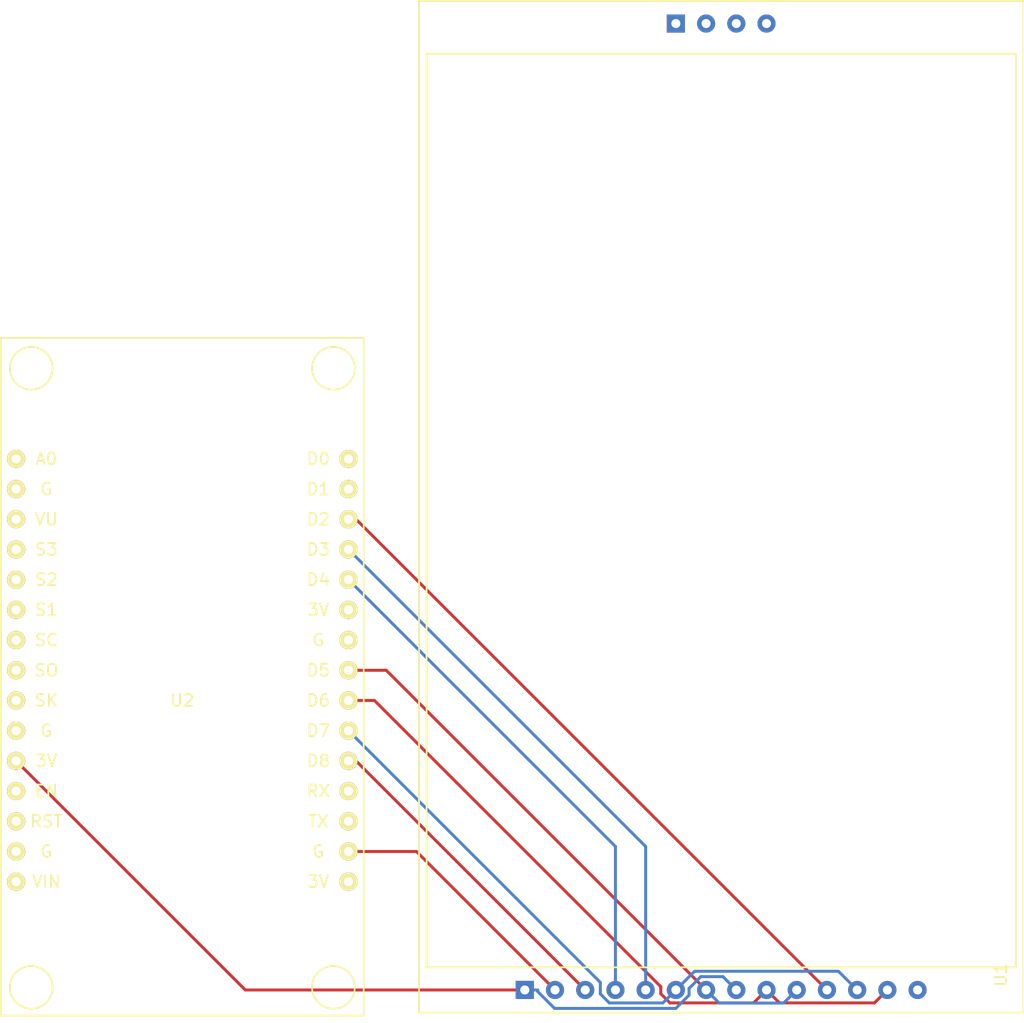
<source format=kicad_pcb>
(kicad_pcb (version 4) (host pcbnew 4.0.7)

  (general
    (links 13)
    (no_connects 0)
    (area 132.976099 45.889499 219.477001 132.3395)
    (thickness 1.6)
    (drawings 0)
    (tracks 43)
    (zones 0)
    (modules 2)
    (nets 36)
  )

  (page A4)
  (layers
    (0 F.Cu signal)
    (31 B.Cu signal)
    (32 B.Adhes user)
    (33 F.Adhes user)
    (34 B.Paste user)
    (35 F.Paste user)
    (36 B.SilkS user)
    (37 F.SilkS user)
    (38 B.Mask user)
    (39 F.Mask user)
    (40 Dwgs.User user)
    (41 Cmts.User user)
    (42 Eco1.User user)
    (43 Eco2.User user)
    (44 Edge.Cuts user)
    (45 Margin user)
    (46 B.CrtYd user)
    (47 F.CrtYd user)
    (48 B.Fab user)
    (49 F.Fab user)
  )

  (setup
    (last_trace_width 0.25)
    (trace_clearance 0.2)
    (zone_clearance 0.508)
    (zone_45_only no)
    (trace_min 0.2)
    (segment_width 0.2)
    (edge_width 0.15)
    (via_size 0.6)
    (via_drill 0.4)
    (via_min_size 0.4)
    (via_min_drill 0.3)
    (uvia_size 0.3)
    (uvia_drill 0.1)
    (uvias_allowed no)
    (uvia_min_size 0.2)
    (uvia_min_drill 0.1)
    (pcb_text_width 0.3)
    (pcb_text_size 1.5 1.5)
    (mod_edge_width 0.15)
    (mod_text_size 1 1)
    (mod_text_width 0.15)
    (pad_size 1.524 1.524)
    (pad_drill 0.762)
    (pad_to_mask_clearance 0.2)
    (aux_axis_origin 0 0)
    (visible_elements FFFFFF7F)
    (pcbplotparams
      (layerselection 0x00030_80000001)
      (usegerberextensions false)
      (excludeedgelayer true)
      (linewidth 0.100000)
      (plotframeref false)
      (viasonmask false)
      (mode 1)
      (useauxorigin false)
      (hpglpennumber 1)
      (hpglpenspeed 20)
      (hpglpendiameter 15)
      (hpglpenoverlay 2)
      (psnegative false)
      (psa4output false)
      (plotreference true)
      (plotvalue true)
      (plotinvisibletext false)
      (padsonsilk false)
      (subtractmaskfromsilk false)
      (outputformat 1)
      (mirror false)
      (drillshape 1)
      (scaleselection 1)
      (outputdirectory ""))
  )

  (net 0 "")
  (net 1 +3V3)
  (net 2 GND)
  (net 3 /D8)
  (net 4 /D4)
  (net 5 /D3)
  (net 6 /D7)
  (net 7 /D5)
  (net 8 /D6)
  (net 9 /D2)
  (net 10 "Net-(U1-Pad14)")
  (net 11 "Net-(U1-Pad15)")
  (net 12 "Net-(U1-Pad16)")
  (net 13 "Net-(U1-Pad17)")
  (net 14 "Net-(U1-Pad18)")
  (net 15 "Net-(U2-Pad1)")
  (net 16 "Net-(U2-Pad2)")
  (net 17 "Net-(U2-Pad3)")
  (net 18 "Net-(U2-Pad4)")
  (net 19 "Net-(U2-Pad5)")
  (net 20 "Net-(U2-Pad6)")
  (net 21 "Net-(U2-Pad7)")
  (net 22 "Net-(U2-Pad8)")
  (net 23 "Net-(U2-Pad9)")
  (net 24 "Net-(U2-Pad10)")
  (net 25 "Net-(U2-Pad12)")
  (net 26 "Net-(U2-Pad13)")
  (net 27 "Net-(U2-Pad14)")
  (net 28 "Net-(U2-Pad15)")
  (net 29 "Net-(U2-Pad16)")
  (net 30 "Net-(U2-Pad18)")
  (net 31 "Net-(U2-Pad19)")
  (net 32 "Net-(U2-Pad24)")
  (net 33 "Net-(U2-Pad25)")
  (net 34 "Net-(U2-Pad29)")
  (net 35 "Net-(U2-Pad30)")

  (net_class Default "Dies ist die voreingestellte Netzklasse."
    (clearance 0.2)
    (trace_width 0.25)
    (via_dia 0.6)
    (via_drill 0.4)
    (uvia_dia 0.3)
    (uvia_drill 0.1)
    (add_net +3V3)
    (add_net /D2)
    (add_net /D3)
    (add_net /D4)
    (add_net /D5)
    (add_net /D6)
    (add_net /D7)
    (add_net /D8)
    (add_net GND)
    (add_net "Net-(U1-Pad14)")
    (add_net "Net-(U1-Pad15)")
    (add_net "Net-(U1-Pad16)")
    (add_net "Net-(U1-Pad17)")
    (add_net "Net-(U1-Pad18)")
    (add_net "Net-(U2-Pad1)")
    (add_net "Net-(U2-Pad10)")
    (add_net "Net-(U2-Pad12)")
    (add_net "Net-(U2-Pad13)")
    (add_net "Net-(U2-Pad14)")
    (add_net "Net-(U2-Pad15)")
    (add_net "Net-(U2-Pad16)")
    (add_net "Net-(U2-Pad18)")
    (add_net "Net-(U2-Pad19)")
    (add_net "Net-(U2-Pad2)")
    (add_net "Net-(U2-Pad24)")
    (add_net "Net-(U2-Pad25)")
    (add_net "Net-(U2-Pad29)")
    (add_net "Net-(U2-Pad3)")
    (add_net "Net-(U2-Pad30)")
    (add_net "Net-(U2-Pad4)")
    (add_net "Net-(U2-Pad5)")
    (add_net "Net-(U2-Pad6)")
    (add_net "Net-(U2-Pad7)")
    (add_net "Net-(U2-Pad8)")
    (add_net "Net-(U2-Pad9)")
  )

  (module TJCTM24028_SPI:tjctm24028_spi (layer F.Cu) (tedit 5AC911AA) (tstamp 5AC9ADDE)
    (at 167.132 131.89)
    (path /5AC9A5E4)
    (fp_text reference U1 (at 50.165 -3.81 90) (layer F.SilkS)
      (effects (font (size 1 1) (thickness 0.15)))
    )
    (fp_text value TJCTM24028_SPI (at 3.81 -12.065 270) (layer F.Fab)
      (effects (font (size 1 1) (thickness 0.15)))
    )
    (fp_line (start 23.495 -81.28) (end 2.54 -81.28) (layer F.SilkS) (width 0.15))
    (fp_line (start 2.54 -81.28) (end 1.905 -81.28) (layer F.SilkS) (width 0.15))
    (fp_line (start 1.905 -81.28) (end 1.905 -4.445) (layer F.SilkS) (width 0.15))
    (fp_line (start 1.905 -4.445) (end 51.435 -4.445) (layer F.SilkS) (width 0.15))
    (fp_line (start 51.435 -4.445) (end 51.435 -81.28) (layer F.SilkS) (width 0.15))
    (fp_line (start 51.435 -81.28) (end 23.495 -81.28) (layer F.SilkS) (width 0.15))
    (fp_line (start 31.75 -85.725) (end 1.27 -85.725) (layer F.SilkS) (width 0.15))
    (fp_line (start 1.27 -85.725) (end 1.27 -18.415) (layer F.SilkS) (width 0.15))
    (fp_line (start 52.07 -20.32) (end 52.07 -85.725) (layer F.SilkS) (width 0.15))
    (fp_line (start 52.07 -85.725) (end 30.48 -85.725) (layer F.SilkS) (width 0.15))
    (fp_line (start 1.27 -12.7) (end 1.27 -20.32) (layer F.SilkS) (width 0.15))
    (fp_line (start 52.07 -6.35) (end 52.07 -20.32) (layer F.SilkS) (width 0.15))
    (fp_line (start 52.07 -2.54) (end 52.07 -0.635) (layer F.SilkS) (width 0.15))
    (fp_line (start 52.07 -0.635) (end 43.815 -0.635) (layer F.SilkS) (width 0.15))
    (fp_line (start 52.07 -2.54) (end 52.07 -6.35) (layer F.SilkS) (width 0.15))
    (fp_line (start 9.525 -0.635) (end 43.815 -0.635) (layer F.SilkS) (width 0.15))
    (fp_line (start 9.525 -0.635) (end 1.27 -0.635) (layer F.SilkS) (width 0.15))
    (fp_line (start 1.27 -0.635) (end 1.27 -3.81) (layer F.SilkS) (width 0.15))
    (fp_line (start 1.27 -3.81) (end 1.27 -12.7) (layer F.SilkS) (width 0.15))
    (pad 1 thru_hole rect (at 10.16 -2.54) (size 1.524 1.524) (drill 0.762) (layers *.Cu *.Mask)
      (net 1 +3V3))
    (pad 2 thru_hole circle (at 12.7 -2.54) (size 1.524 1.524) (drill 0.762) (layers *.Cu *.Mask)
      (net 2 GND))
    (pad 3 thru_hole circle (at 15.24 -2.54) (size 1.524 1.524) (drill 0.762) (layers *.Cu *.Mask)
      (net 3 /D8))
    (pad 4 thru_hole circle (at 17.78 -2.54) (size 1.524 1.524) (drill 0.762) (layers *.Cu *.Mask)
      (net 4 /D4))
    (pad 5 thru_hole circle (at 20.32 -2.54) (size 1.524 1.524) (drill 0.762) (layers *.Cu *.Mask)
      (net 5 /D3))
    (pad 6 thru_hole circle (at 22.86 -2.54) (size 1.524 1.524) (drill 0.762) (layers *.Cu *.Mask)
      (net 6 /D7))
    (pad 7 thru_hole circle (at 25.4 -2.54) (size 1.524 1.524) (drill 0.762) (layers *.Cu *.Mask)
      (net 7 /D5))
    (pad 8 thru_hole circle (at 27.94 -2.54) (size 1.524 1.524) (drill 0.762) (layers *.Cu *.Mask)
      (net 1 +3V3))
    (pad 9 thru_hole circle (at 30.48 -2.54) (size 1.524 1.524) (drill 0.762) (layers *.Cu *.Mask)
      (net 8 /D6))
    (pad 10 thru_hole circle (at 33.02 -2.54) (size 1.524 1.524) (drill 0.762) (layers *.Cu *.Mask)
      (net 7 /D5))
    (pad 11 thru_hole circle (at 35.56 -2.54) (size 1.524 1.524) (drill 0.762) (layers *.Cu *.Mask)
      (net 9 /D2))
    (pad 12 thru_hole circle (at 38.1 -2.54) (size 1.524 1.524) (drill 0.762) (layers *.Cu *.Mask)
      (net 6 /D7))
    (pad 13 thru_hole circle (at 40.64 -2.54) (size 1.524 1.524) (drill 0.762) (layers *.Cu *.Mask)
      (net 8 /D6))
    (pad 14 thru_hole circle (at 43.18 -2.54) (size 1.524 1.524) (drill 0.762) (layers *.Cu *.Mask)
      (net 10 "Net-(U1-Pad14)"))
    (pad 15 thru_hole rect (at 22.86 -83.82) (size 1.524 1.524) (drill 0.762) (layers *.Cu *.Mask)
      (net 11 "Net-(U1-Pad15)"))
    (pad 16 thru_hole circle (at 25.4 -83.82) (size 1.524 1.524) (drill 0.762) (layers *.Cu *.Mask)
      (net 12 "Net-(U1-Pad16)"))
    (pad 17 thru_hole circle (at 27.94 -83.82) (size 1.524 1.524) (drill 0.762) (layers *.Cu *.Mask)
      (net 13 "Net-(U1-Pad17)"))
    (pad 18 thru_hole circle (at 30.48 -83.82) (size 1.524 1.524) (drill 0.762) (layers *.Cu *.Mask)
      (net 14 "Net-(U1-Pad18)"))
  )

  (module "ESP8266:NodeMCU1.0(12-E)" (layer F.Cu) (tedit 58B08E61) (tstamp 5AC9AE27)
    (at 148.501 105.004)
    (path /5AC9A607)
    (fp_text reference U2 (at 0 0) (layer F.SilkS)
      (effects (font (size 1 1) (thickness 0.15)))
    )
    (fp_text value "NodeMCU_1.0_(ESP-12E)" (at 0 -29.21) (layer F.Fab)
      (effects (font (size 1 1) (thickness 0.15)))
    )
    (fp_text user VIN (at -11.43 15.24) (layer F.SilkS)
      (effects (font (size 1 1) (thickness 0.15)))
    )
    (fp_text user G (at -11.43 12.7) (layer F.SilkS)
      (effects (font (size 1 1) (thickness 0.15)))
    )
    (fp_text user RST (at -11.43 10.16) (layer F.SilkS)
      (effects (font (size 1 1) (thickness 0.15)))
    )
    (fp_text user EN (at -11.43 7.62) (layer F.SilkS)
      (effects (font (size 1 1) (thickness 0.15)))
    )
    (fp_text user 3V (at -11.43 5.08) (layer F.SilkS)
      (effects (font (size 1 1) (thickness 0.15)))
    )
    (fp_text user G (at -11.43 2.54) (layer F.SilkS)
      (effects (font (size 1 1) (thickness 0.15)))
    )
    (fp_text user SK (at -11.43 0) (layer F.SilkS)
      (effects (font (size 1 1) (thickness 0.15)))
    )
    (fp_text user SO (at -11.43 -2.54) (layer F.SilkS)
      (effects (font (size 1 1) (thickness 0.15)))
    )
    (fp_text user SC (at -11.43 -5.08) (layer F.SilkS)
      (effects (font (size 1 1) (thickness 0.15)))
    )
    (fp_text user S1 (at -11.43 -7.62) (layer F.SilkS)
      (effects (font (size 1 1) (thickness 0.15)))
    )
    (fp_text user S2 (at -11.43 -10.16) (layer F.SilkS)
      (effects (font (size 1 1) (thickness 0.15)))
    )
    (fp_text user S3 (at -11.43 -12.7) (layer F.SilkS)
      (effects (font (size 1 1) (thickness 0.15)))
    )
    (fp_text user VU (at -11.43 -15.24) (layer F.SilkS)
      (effects (font (size 1 1) (thickness 0.15)))
    )
    (fp_text user G (at -11.43 -17.78) (layer F.SilkS)
      (effects (font (size 1 1) (thickness 0.15)))
    )
    (fp_text user A0 (at -11.43 -20.32) (layer F.SilkS)
      (effects (font (size 1 1) (thickness 0.15)))
    )
    (fp_text user 3V (at 11.43 15.24) (layer F.SilkS)
      (effects (font (size 1 1) (thickness 0.15)))
    )
    (fp_text user G (at 11.43 12.7) (layer F.SilkS)
      (effects (font (size 1 1) (thickness 0.15)))
    )
    (fp_text user TX (at 11.43 10.16) (layer F.SilkS)
      (effects (font (size 1 1) (thickness 0.15)))
    )
    (fp_text user RX (at 11.43 7.62) (layer F.SilkS)
      (effects (font (size 1 1) (thickness 0.15)))
    )
    (fp_text user D8 (at 11.43 5.08) (layer F.SilkS)
      (effects (font (size 1 1) (thickness 0.15)))
    )
    (fp_text user D7 (at 11.43 2.54) (layer F.SilkS)
      (effects (font (size 1 1) (thickness 0.15)))
    )
    (fp_text user D6 (at 11.43 0) (layer F.SilkS)
      (effects (font (size 1 1) (thickness 0.15)))
    )
    (fp_text user D5 (at 11.43 -2.54) (layer F.SilkS)
      (effects (font (size 1 1) (thickness 0.15)))
    )
    (fp_text user G (at 11.43 -5.08) (layer F.SilkS)
      (effects (font (size 1 1) (thickness 0.15)))
    )
    (fp_text user 3V (at 11.43 -7.62) (layer F.SilkS)
      (effects (font (size 1 1) (thickness 0.15)))
    )
    (fp_text user D4 (at 11.43 -10.16) (layer F.SilkS)
      (effects (font (size 1 1) (thickness 0.15)))
    )
    (fp_text user D3 (at 11.43 -12.7) (layer F.SilkS)
      (effects (font (size 1 1) (thickness 0.15)))
    )
    (fp_text user D2 (at 11.43 -15.24) (layer F.SilkS)
      (effects (font (size 1 1) (thickness 0.15)))
    )
    (fp_text user D1 (at 11.43 -17.78) (layer F.SilkS)
      (effects (font (size 1 1) (thickness 0.15)))
    )
    (fp_text user D0 (at 11.43 -20.32) (layer F.SilkS)
      (effects (font (size 1 1) (thickness 0.15)))
    )
    (fp_circle (center 12.7 24.13) (end 13.97 22.86) (layer F.SilkS) (width 0.15))
    (fp_circle (center -12.7 24.13) (end -11.43 22.86) (layer F.SilkS) (width 0.15))
    (fp_circle (center -12.7 -27.94) (end -11.43 -29.21) (layer F.SilkS) (width 0.15))
    (fp_circle (center 12.7 -27.94) (end 13.97 -29.21) (layer F.SilkS) (width 0.15))
    (fp_line (start 15.25 -30.5) (end -14.75 -30.5) (layer F.SilkS) (width 0.15))
    (fp_line (start -14.75 -30.5) (end -15.25 -30.5) (layer F.SilkS) (width 0.15))
    (fp_line (start -15.25 -30.5) (end -15.25 26.5) (layer F.SilkS) (width 0.15))
    (fp_line (start -15.25 26.5) (end 15.25 26.5) (layer F.SilkS) (width 0.15))
    (fp_line (start 15.25 26.5) (end 15.25 -30.5) (layer F.SilkS) (width 0.15))
    (pad 1 thru_hole circle (at -13.97 -20.32) (size 1.524 1.524) (drill 0.762) (layers *.Cu *.Mask F.SilkS)
      (net 15 "Net-(U2-Pad1)"))
    (pad 2 thru_hole circle (at -13.97 -17.78) (size 1.524 1.524) (drill 0.762) (layers *.Cu *.Mask F.SilkS)
      (net 16 "Net-(U2-Pad2)"))
    (pad 3 thru_hole circle (at -13.97 -15.24) (size 1.524 1.524) (drill 0.762) (layers *.Cu *.Mask F.SilkS)
      (net 17 "Net-(U2-Pad3)"))
    (pad 4 thru_hole circle (at -13.97 -12.7) (size 1.524 1.524) (drill 0.762) (layers *.Cu *.Mask F.SilkS)
      (net 18 "Net-(U2-Pad4)"))
    (pad 5 thru_hole circle (at -13.97 -10.16) (size 1.524 1.524) (drill 0.762) (layers *.Cu *.Mask F.SilkS)
      (net 19 "Net-(U2-Pad5)"))
    (pad 6 thru_hole circle (at -13.97 -7.62) (size 1.524 1.524) (drill 0.762) (layers *.Cu *.Mask F.SilkS)
      (net 20 "Net-(U2-Pad6)"))
    (pad 7 thru_hole circle (at -13.97 -5.08) (size 1.524 1.524) (drill 0.762) (layers *.Cu *.Mask F.SilkS)
      (net 21 "Net-(U2-Pad7)"))
    (pad 8 thru_hole circle (at -13.97 -2.54) (size 1.524 1.524) (drill 0.762) (layers *.Cu *.Mask F.SilkS)
      (net 22 "Net-(U2-Pad8)"))
    (pad 9 thru_hole circle (at -13.97 0) (size 1.524 1.524) (drill 0.762) (layers *.Cu *.Mask F.SilkS)
      (net 23 "Net-(U2-Pad9)"))
    (pad 10 thru_hole circle (at -13.97 2.54) (size 1.524 1.524) (drill 0.762) (layers *.Cu *.Mask F.SilkS)
      (net 24 "Net-(U2-Pad10)"))
    (pad 11 thru_hole circle (at -13.97 5.08) (size 1.524 1.524) (drill 0.762) (layers *.Cu *.Mask F.SilkS)
      (net 1 +3V3))
    (pad 12 thru_hole circle (at -13.97 7.62) (size 1.524 1.524) (drill 0.762) (layers *.Cu *.Mask F.SilkS)
      (net 25 "Net-(U2-Pad12)"))
    (pad 13 thru_hole circle (at -13.97 10.16) (size 1.524 1.524) (drill 0.762) (layers *.Cu *.Mask F.SilkS)
      (net 26 "Net-(U2-Pad13)"))
    (pad 14 thru_hole circle (at -13.97 12.7) (size 1.524 1.524) (drill 0.762) (layers *.Cu *.Mask F.SilkS)
      (net 27 "Net-(U2-Pad14)"))
    (pad 15 thru_hole circle (at -13.97 15.24) (size 1.524 1.524) (drill 0.762) (layers *.Cu *.Mask F.SilkS)
      (net 28 "Net-(U2-Pad15)"))
    (pad 16 thru_hole circle (at 13.97 15.24) (size 1.524 1.524) (drill 0.762) (layers *.Cu *.Mask F.SilkS)
      (net 29 "Net-(U2-Pad16)"))
    (pad 17 thru_hole circle (at 13.97 12.7) (size 1.524 1.524) (drill 0.762) (layers *.Cu *.Mask F.SilkS)
      (net 2 GND))
    (pad 18 thru_hole circle (at 13.97 10.16) (size 1.524 1.524) (drill 0.762) (layers *.Cu *.Mask F.SilkS)
      (net 30 "Net-(U2-Pad18)"))
    (pad 19 thru_hole circle (at 13.97 7.62) (size 1.524 1.524) (drill 0.762) (layers *.Cu *.Mask F.SilkS)
      (net 31 "Net-(U2-Pad19)"))
    (pad 20 thru_hole circle (at 13.97 5.08) (size 1.524 1.524) (drill 0.762) (layers *.Cu *.Mask F.SilkS)
      (net 3 /D8))
    (pad 21 thru_hole circle (at 13.97 2.54) (size 1.524 1.524) (drill 0.762) (layers *.Cu *.Mask F.SilkS)
      (net 6 /D7))
    (pad 22 thru_hole circle (at 13.97 0) (size 1.524 1.524) (drill 0.762) (layers *.Cu *.Mask F.SilkS)
      (net 8 /D6))
    (pad 23 thru_hole circle (at 13.97 -2.54) (size 1.524 1.524) (drill 0.762) (layers *.Cu *.Mask F.SilkS)
      (net 7 /D5))
    (pad 24 thru_hole circle (at 13.97 -5.08) (size 1.524 1.524) (drill 0.762) (layers *.Cu *.Mask F.SilkS)
      (net 32 "Net-(U2-Pad24)"))
    (pad 25 thru_hole circle (at 13.97 -7.62) (size 1.524 1.524) (drill 0.762) (layers *.Cu *.Mask F.SilkS)
      (net 33 "Net-(U2-Pad25)"))
    (pad 26 thru_hole circle (at 13.97 -10.16) (size 1.524 1.524) (drill 0.762) (layers *.Cu *.Mask F.SilkS)
      (net 4 /D4))
    (pad 27 thru_hole circle (at 13.97 -12.7) (size 1.524 1.524) (drill 0.762) (layers *.Cu *.Mask F.SilkS)
      (net 5 /D3))
    (pad 28 thru_hole circle (at 13.97 -15.24) (size 1.524 1.524) (drill 0.762) (layers *.Cu *.Mask F.SilkS)
      (net 9 /D2))
    (pad 29 thru_hole circle (at 13.97 -17.78) (size 1.524 1.524) (drill 0.762) (layers *.Cu *.Mask F.SilkS)
      (net 34 "Net-(U2-Pad29)"))
    (pad 30 thru_hole circle (at 13.97 -20.32) (size 1.524 1.524) (drill 0.762) (layers *.Cu *.Mask F.SilkS)
      (net 35 "Net-(U2-Pad30)"))
  )

  (segment (start 153.797 129.35) (end 177.292 129.35) (width 0.25) (layer F.Cu) (net 1))
  (segment (start 134.531 110.084) (end 153.797 129.35) (width 0.25) (layer F.Cu) (net 1))
  (segment (start 193.951 128.229) (end 195.072 129.35) (width 0.25) (layer B.Cu) (net 1))
  (segment (start 192.0907 128.229) (end 193.951 128.229) (width 0.25) (layer B.Cu) (net 1))
  (segment (start 191.1027 129.217) (end 192.0907 128.229) (width 0.25) (layer B.Cu) (net 1))
  (segment (start 191.1027 129.7849) (end 191.1027 129.217) (width 0.25) (layer B.Cu) (net 1))
  (segment (start 189.985 130.9026) (end 191.1027 129.7849) (width 0.25) (layer B.Cu) (net 1))
  (segment (start 179.796 130.9026) (end 189.985 130.9026) (width 0.25) (layer B.Cu) (net 1))
  (segment (start 178.3793 129.4859) (end 179.796 130.9026) (width 0.25) (layer B.Cu) (net 1))
  (segment (start 178.3793 129.35) (end 178.3793 129.4859) (width 0.25) (layer B.Cu) (net 1))
  (segment (start 177.292 129.35) (end 178.3793 129.35) (width 0.25) (layer B.Cu) (net 1))
  (segment (start 168.186 117.704) (end 179.832 129.35) (width 0.25) (layer F.Cu) (net 2))
  (segment (start 162.471 117.704) (end 168.186 117.704) (width 0.25) (layer F.Cu) (net 2))
  (segment (start 163.106 110.084) (end 182.372 129.35) (width 0.25) (layer F.Cu) (net 3))
  (segment (start 162.471 110.084) (end 163.106 110.084) (width 0.25) (layer F.Cu) (net 3))
  (segment (start 184.912 117.285) (end 184.912 129.35) (width 0.25) (layer B.Cu) (net 4))
  (segment (start 162.471 94.844) (end 184.912 117.285) (width 0.25) (layer B.Cu) (net 4))
  (segment (start 187.452 117.285) (end 187.452 129.35) (width 0.25) (layer B.Cu) (net 5))
  (segment (start 162.471 92.304) (end 187.452 117.285) (width 0.25) (layer B.Cu) (net 5))
  (segment (start 203.6606 127.7786) (end 205.232 129.35) (width 0.25) (layer B.Cu) (net 6))
  (segment (start 191.5634 127.7786) (end 203.6606 127.7786) (width 0.25) (layer B.Cu) (net 6))
  (segment (start 189.992 129.35) (end 191.5634 127.7786) (width 0.25) (layer B.Cu) (net 6))
  (segment (start 188.9025 130.4395) (end 189.992 129.35) (width 0.25) (layer B.Cu) (net 6))
  (segment (start 184.3976 130.4395) (end 188.9025 130.4395) (width 0.25) (layer B.Cu) (net 6))
  (segment (start 183.642 129.6839) (end 184.3976 130.4395) (width 0.25) (layer B.Cu) (net 6))
  (segment (start 183.642 128.715) (end 183.642 129.6839) (width 0.25) (layer B.Cu) (net 6))
  (segment (start 162.471 107.544) (end 183.642 128.715) (width 0.25) (layer B.Cu) (net 6))
  (segment (start 165.646 102.464) (end 192.532 129.35) (width 0.25) (layer F.Cu) (net 7))
  (segment (start 162.471 102.464) (end 165.646 102.464) (width 0.25) (layer F.Cu) (net 7))
  (segment (start 193.6342 130.4522) (end 192.532 129.35) (width 0.25) (layer B.Cu) (net 7))
  (segment (start 199.0498 130.4522) (end 193.6342 130.4522) (width 0.25) (layer B.Cu) (net 7))
  (segment (start 200.152 129.35) (end 199.0498 130.4522) (width 0.25) (layer B.Cu) (net 7))
  (segment (start 198.6994 130.4374) (end 197.612 129.35) (width 0.25) (layer F.Cu) (net 8))
  (segment (start 206.6846 130.4374) (end 198.6994 130.4374) (width 0.25) (layer F.Cu) (net 8))
  (segment (start 207.772 129.35) (end 206.6846 130.4374) (width 0.25) (layer F.Cu) (net 8))
  (segment (start 196.5246 130.4374) (end 197.612 129.35) (width 0.25) (layer F.Cu) (net 8))
  (segment (start 189.4889 130.4374) (end 196.5246 130.4374) (width 0.25) (layer F.Cu) (net 8))
  (segment (start 188.722 129.6705) (end 189.4889 130.4374) (width 0.25) (layer F.Cu) (net 8))
  (segment (start 188.722 129.0739) (end 188.722 129.6705) (width 0.25) (layer F.Cu) (net 8))
  (segment (start 164.6521 105.004) (end 188.722 129.0739) (width 0.25) (layer F.Cu) (net 8))
  (segment (start 162.471 105.004) (end 164.6521 105.004) (width 0.25) (layer F.Cu) (net 8))
  (segment (start 163.106 89.764) (end 202.692 129.35) (width 0.25) (layer F.Cu) (net 9))
  (segment (start 162.471 89.764) (end 163.106 89.764) (width 0.25) (layer F.Cu) (net 9))

)

</source>
